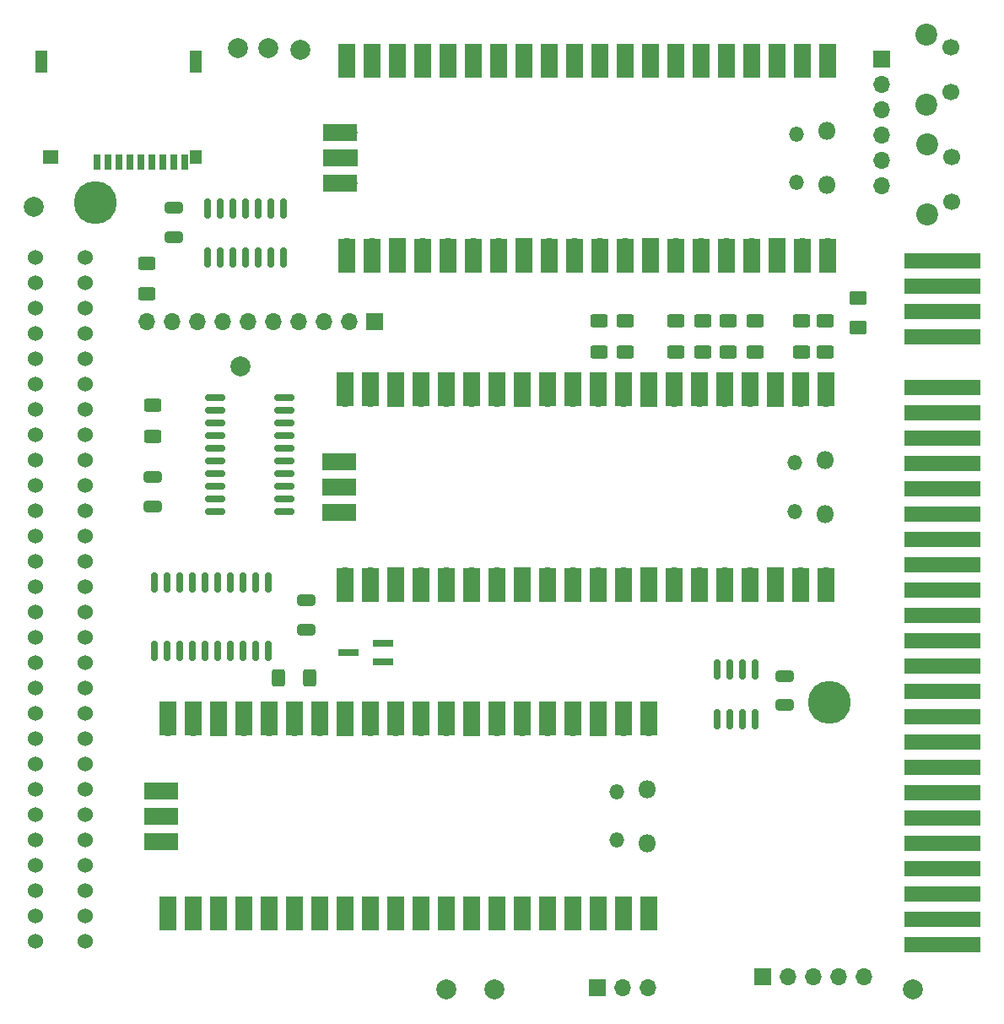
<source format=gts>
G04 #@! TF.GenerationSoftware,KiCad,Pcbnew,6.0.11-2627ca5db0~126~ubuntu22.04.1*
G04 #@! TF.CreationDate,2023-06-25T15:32:07+01:00*
G04 #@! TF.ProjectId,srom,73726f6d-2e6b-4696-9361-645f70636258,v1.3 to v1.4*
G04 #@! TF.SameCoordinates,Original*
G04 #@! TF.FileFunction,Soldermask,Top*
G04 #@! TF.FilePolarity,Negative*
%FSLAX46Y46*%
G04 Gerber Fmt 4.6, Leading zero omitted, Abs format (unit mm)*
G04 Created by KiCad (PCBNEW 6.0.11-2627ca5db0~126~ubuntu22.04.1) date 2023-06-25 15:32:07*
%MOMM*%
%LPD*%
G01*
G04 APERTURE LIST*
G04 Aperture macros list*
%AMRoundRect*
0 Rectangle with rounded corners*
0 $1 Rounding radius*
0 $2 $3 $4 $5 $6 $7 $8 $9 X,Y pos of 4 corners*
0 Add a 4 corners polygon primitive as box body*
4,1,4,$2,$3,$4,$5,$6,$7,$8,$9,$2,$3,0*
0 Add four circle primitives for the rounded corners*
1,1,$1+$1,$2,$3*
1,1,$1+$1,$4,$5*
1,1,$1+$1,$6,$7*
1,1,$1+$1,$8,$9*
0 Add four rect primitives between the rounded corners*
20,1,$1+$1,$2,$3,$4,$5,0*
20,1,$1+$1,$4,$5,$6,$7,0*
20,1,$1+$1,$6,$7,$8,$9,0*
20,1,$1+$1,$8,$9,$2,$3,0*%
G04 Aperture macros list end*
%ADD10C,2.200000*%
%ADD11C,1.700000*%
%ADD12C,4.300000*%
%ADD13C,2.000000*%
%ADD14R,7.620000X1.524000*%
%ADD15RoundRect,0.250000X-0.625000X0.400000X-0.625000X-0.400000X0.625000X-0.400000X0.625000X0.400000X0*%
%ADD16O,1.800000X1.800000*%
%ADD17O,1.500000X1.500000*%
%ADD18O,1.700000X1.700000*%
%ADD19R,1.700000X3.500000*%
%ADD20R,1.700000X1.700000*%
%ADD21R,3.500000X1.700000*%
%ADD22R,2.000000X0.650000*%
%ADD23RoundRect,0.150000X-0.837500X-0.150000X0.837500X-0.150000X0.837500X0.150000X-0.837500X0.150000X0*%
%ADD24RoundRect,0.250000X0.650000X-0.325000X0.650000X0.325000X-0.650000X0.325000X-0.650000X-0.325000X0*%
%ADD25R,0.700000X1.600000*%
%ADD26R,1.200000X2.200000*%
%ADD27R,1.600000X1.400000*%
%ADD28R,1.200000X1.400000*%
%ADD29RoundRect,0.150000X0.150000X-0.825000X0.150000X0.825000X-0.150000X0.825000X-0.150000X-0.825000X0*%
%ADD30RoundRect,0.250000X-0.400000X-0.625000X0.400000X-0.625000X0.400000X0.625000X-0.400000X0.625000X0*%
%ADD31RoundRect,0.250000X-0.650000X0.325000X-0.650000X-0.325000X0.650000X-0.325000X0.650000X0.325000X0*%
%ADD32RoundRect,0.150000X-0.150000X0.837500X-0.150000X-0.837500X0.150000X-0.837500X0.150000X0.837500X0*%
%ADD33RoundRect,0.250001X-0.624999X0.462499X-0.624999X-0.462499X0.624999X-0.462499X0.624999X0.462499X0*%
%ADD34C,1.524000*%
G04 APERTURE END LIST*
D10*
X139875000Y-83490000D03*
X139875000Y-90490000D03*
D11*
X142375000Y-84740000D03*
X142375000Y-89240000D03*
D12*
X130050000Y-139440000D03*
D13*
X138450000Y-168240000D03*
D10*
X139775000Y-72490000D03*
X139775000Y-79490000D03*
D11*
X142275000Y-73740000D03*
X142275000Y-78240000D03*
D12*
X56450000Y-89340000D03*
D13*
X76950000Y-73940000D03*
D14*
X141450000Y-95120000D03*
X141450000Y-97660000D03*
X141450000Y-100200000D03*
X141450000Y-102740000D03*
X141450000Y-107820000D03*
X141450000Y-110360000D03*
X141450000Y-112900000D03*
X141450000Y-115440000D03*
X141450000Y-117980000D03*
X141450000Y-120520000D03*
X141450000Y-123060000D03*
X141450000Y-125600000D03*
X141450000Y-128140000D03*
X141450000Y-130680000D03*
X141450000Y-133220000D03*
X141450000Y-135760000D03*
X141450000Y-138300000D03*
X141450000Y-140840000D03*
X141450000Y-143380000D03*
X141450000Y-145920000D03*
X141450000Y-148460000D03*
X141450000Y-151000000D03*
X141450000Y-153540000D03*
X141450000Y-156080000D03*
X141450000Y-158620000D03*
X141450000Y-161160000D03*
X141450000Y-163700000D03*
D15*
X62212500Y-109625000D03*
X62212500Y-112725000D03*
D13*
X50250000Y-89740000D03*
D16*
X129795000Y-87565000D03*
D17*
X126765000Y-87265000D03*
D16*
X129795000Y-82115000D03*
D17*
X126765000Y-82415000D03*
D18*
X129925000Y-75950000D03*
D19*
X129925000Y-75050000D03*
D18*
X127385000Y-75950000D03*
D19*
X127385000Y-75050000D03*
X124845000Y-75050000D03*
D20*
X124845000Y-75950000D03*
D19*
X122305000Y-75050000D03*
D18*
X122305000Y-75950000D03*
X119765000Y-75950000D03*
D19*
X119765000Y-75050000D03*
D18*
X117225000Y-75950000D03*
D19*
X117225000Y-75050000D03*
D18*
X114685000Y-75950000D03*
D19*
X114685000Y-75050000D03*
D20*
X112145000Y-75950000D03*
D19*
X112145000Y-75050000D03*
D18*
X109605000Y-75950000D03*
D19*
X109605000Y-75050000D03*
D18*
X107065000Y-75950000D03*
D19*
X107065000Y-75050000D03*
D18*
X104525000Y-75950000D03*
D19*
X104525000Y-75050000D03*
D18*
X101985000Y-75950000D03*
D19*
X101985000Y-75050000D03*
D20*
X99445000Y-75950000D03*
D19*
X99445000Y-75050000D03*
D18*
X96905000Y-75950000D03*
D19*
X96905000Y-75050000D03*
D18*
X94365000Y-75950000D03*
D19*
X94365000Y-75050000D03*
D18*
X91825000Y-75950000D03*
D19*
X91825000Y-75050000D03*
X89285000Y-75050000D03*
D18*
X89285000Y-75950000D03*
D20*
X86745000Y-75950000D03*
D19*
X86745000Y-75050000D03*
X84205000Y-75050000D03*
D18*
X84205000Y-75950000D03*
D19*
X81665000Y-75050000D03*
D18*
X81665000Y-75950000D03*
X81665000Y-93730000D03*
D19*
X81665000Y-94630000D03*
X84205000Y-94630000D03*
D18*
X84205000Y-93730000D03*
D19*
X86745000Y-94630000D03*
D20*
X86745000Y-93730000D03*
D19*
X89285000Y-94630000D03*
D18*
X89285000Y-93730000D03*
X91825000Y-93730000D03*
D19*
X91825000Y-94630000D03*
D18*
X94365000Y-93730000D03*
D19*
X94365000Y-94630000D03*
X96905000Y-94630000D03*
D18*
X96905000Y-93730000D03*
D19*
X99445000Y-94630000D03*
D20*
X99445000Y-93730000D03*
D19*
X101985000Y-94630000D03*
D18*
X101985000Y-93730000D03*
X104525000Y-93730000D03*
D19*
X104525000Y-94630000D03*
X107065000Y-94630000D03*
D18*
X107065000Y-93730000D03*
X109605000Y-93730000D03*
D19*
X109605000Y-94630000D03*
X112145000Y-94630000D03*
D20*
X112145000Y-93730000D03*
D19*
X114685000Y-94630000D03*
D18*
X114685000Y-93730000D03*
D19*
X117225000Y-94630000D03*
D18*
X117225000Y-93730000D03*
D19*
X119765000Y-94630000D03*
D18*
X119765000Y-93730000D03*
D19*
X122305000Y-94630000D03*
D18*
X122305000Y-93730000D03*
D20*
X124845000Y-93730000D03*
D19*
X124845000Y-94630000D03*
X127385000Y-94630000D03*
D18*
X127385000Y-93730000D03*
X129925000Y-93730000D03*
D19*
X129925000Y-94630000D03*
D21*
X80995000Y-82300000D03*
D18*
X81895000Y-82300000D03*
D21*
X80995000Y-84840000D03*
D20*
X81895000Y-84840000D03*
D18*
X81895000Y-87380000D03*
D21*
X80995000Y-87380000D03*
D13*
X96450000Y-168240000D03*
X91650000Y-168240000D03*
D22*
X85260000Y-135390000D03*
X85260000Y-133490000D03*
X81840000Y-134440000D03*
D23*
X68450000Y-108860000D03*
X68450000Y-110130000D03*
X68450000Y-111400000D03*
X68450000Y-112670000D03*
X68450000Y-113940000D03*
X68450000Y-115210000D03*
X68450000Y-116480000D03*
X68450000Y-117750000D03*
X68450000Y-119020000D03*
X68450000Y-120290000D03*
X75375000Y-120290000D03*
X75375000Y-119020000D03*
X75375000Y-117750000D03*
X75375000Y-116480000D03*
X75375000Y-115210000D03*
X75375000Y-113940000D03*
X75375000Y-112670000D03*
X75375000Y-111400000D03*
X75375000Y-110130000D03*
X75375000Y-108860000D03*
D13*
X70950000Y-105740000D03*
D24*
X64300000Y-92800000D03*
X64300000Y-89850000D03*
D25*
X56550000Y-85240000D03*
X57650000Y-85240000D03*
X58750000Y-85240000D03*
X59850000Y-85240000D03*
X60950000Y-85240000D03*
X62050000Y-85240000D03*
D26*
X66500000Y-75140000D03*
D27*
X51900000Y-84740000D03*
D28*
X66500000Y-84740000D03*
D26*
X51000000Y-75140000D03*
D25*
X63150000Y-85240000D03*
X64250000Y-85240000D03*
X65350000Y-85240000D03*
D29*
X118845000Y-141115000D03*
X120115000Y-141115000D03*
X121385000Y-141115000D03*
X122655000Y-141115000D03*
X122655000Y-136165000D03*
X121385000Y-136165000D03*
X120115000Y-136165000D03*
X118845000Y-136165000D03*
D15*
X117350000Y-101190000D03*
X117350000Y-104290000D03*
D29*
X67640000Y-94815000D03*
X68910000Y-94815000D03*
X70180000Y-94815000D03*
X71450000Y-94815000D03*
X72720000Y-94815000D03*
X73990000Y-94815000D03*
X75260000Y-94815000D03*
X75260000Y-89865000D03*
X73990000Y-89865000D03*
X72720000Y-89865000D03*
X71450000Y-89865000D03*
X70180000Y-89865000D03*
X68910000Y-89865000D03*
X67640000Y-89865000D03*
D20*
X123375000Y-166940000D03*
D18*
X125915000Y-166940000D03*
X128455000Y-166940000D03*
X130995000Y-166940000D03*
X133535000Y-166940000D03*
D15*
X109550000Y-101190000D03*
X109550000Y-104290000D03*
D20*
X84475000Y-101240000D03*
D18*
X81935000Y-101240000D03*
X79395000Y-101240000D03*
X76855000Y-101240000D03*
X74315000Y-101240000D03*
X71775000Y-101240000D03*
X69235000Y-101240000D03*
X66695000Y-101240000D03*
X64155000Y-101240000D03*
X61615000Y-101240000D03*
D13*
X70750000Y-73840000D03*
D17*
X126620000Y-120265000D03*
X126620000Y-115415000D03*
D16*
X129650000Y-115115000D03*
X129650000Y-120565000D03*
D19*
X129780000Y-108050000D03*
D18*
X129780000Y-108950000D03*
X127240000Y-108950000D03*
D19*
X127240000Y-108050000D03*
X124700000Y-108050000D03*
D20*
X124700000Y-108950000D03*
D18*
X122160000Y-108950000D03*
D19*
X122160000Y-108050000D03*
D18*
X119620000Y-108950000D03*
D19*
X119620000Y-108050000D03*
D18*
X117080000Y-108950000D03*
D19*
X117080000Y-108050000D03*
X114540000Y-108050000D03*
D18*
X114540000Y-108950000D03*
D20*
X112000000Y-108950000D03*
D19*
X112000000Y-108050000D03*
D18*
X109460000Y-108950000D03*
D19*
X109460000Y-108050000D03*
D18*
X106920000Y-108950000D03*
D19*
X106920000Y-108050000D03*
X104380000Y-108050000D03*
D18*
X104380000Y-108950000D03*
X101840000Y-108950000D03*
D19*
X101840000Y-108050000D03*
X99300000Y-108050000D03*
D20*
X99300000Y-108950000D03*
D18*
X96760000Y-108950000D03*
D19*
X96760000Y-108050000D03*
D18*
X94220000Y-108950000D03*
D19*
X94220000Y-108050000D03*
X91680000Y-108050000D03*
D18*
X91680000Y-108950000D03*
D19*
X89140000Y-108050000D03*
D18*
X89140000Y-108950000D03*
D19*
X86600000Y-108050000D03*
D20*
X86600000Y-108950000D03*
D19*
X84060000Y-108050000D03*
D18*
X84060000Y-108950000D03*
X81520000Y-108950000D03*
D19*
X81520000Y-108050000D03*
X81520000Y-127630000D03*
D18*
X81520000Y-126730000D03*
X84060000Y-126730000D03*
D19*
X84060000Y-127630000D03*
X86600000Y-127630000D03*
D20*
X86600000Y-126730000D03*
D19*
X89140000Y-127630000D03*
D18*
X89140000Y-126730000D03*
D19*
X91680000Y-127630000D03*
D18*
X91680000Y-126730000D03*
X94220000Y-126730000D03*
D19*
X94220000Y-127630000D03*
D18*
X96760000Y-126730000D03*
D19*
X96760000Y-127630000D03*
D20*
X99300000Y-126730000D03*
D19*
X99300000Y-127630000D03*
D18*
X101840000Y-126730000D03*
D19*
X101840000Y-127630000D03*
D18*
X104380000Y-126730000D03*
D19*
X104380000Y-127630000D03*
X106920000Y-127630000D03*
D18*
X106920000Y-126730000D03*
D19*
X109460000Y-127630000D03*
D18*
X109460000Y-126730000D03*
D19*
X112000000Y-127630000D03*
D20*
X112000000Y-126730000D03*
D19*
X114540000Y-127630000D03*
D18*
X114540000Y-126730000D03*
D19*
X117080000Y-127630000D03*
D18*
X117080000Y-126730000D03*
D19*
X119620000Y-127630000D03*
D18*
X119620000Y-126730000D03*
X122160000Y-126730000D03*
D19*
X122160000Y-127630000D03*
D20*
X124700000Y-126730000D03*
D19*
X124700000Y-127630000D03*
D18*
X127240000Y-126730000D03*
D19*
X127240000Y-127630000D03*
X129780000Y-127630000D03*
D18*
X129780000Y-126730000D03*
D21*
X80850000Y-115300000D03*
D18*
X81750000Y-115300000D03*
D20*
X81750000Y-117840000D03*
D21*
X80850000Y-117840000D03*
D18*
X81750000Y-120380000D03*
D21*
X80850000Y-120380000D03*
D15*
X122650000Y-101190000D03*
X122650000Y-104290000D03*
D20*
X106825000Y-168040000D03*
D18*
X109365000Y-168040000D03*
X111905000Y-168040000D03*
D20*
X135350000Y-74940000D03*
D18*
X135350000Y-77480000D03*
X135350000Y-80020000D03*
X135350000Y-82560000D03*
X135350000Y-85100000D03*
X135350000Y-87640000D03*
D15*
X106950000Y-101190000D03*
X106950000Y-104290000D03*
D30*
X74800000Y-136940000D03*
X77900000Y-136940000D03*
D24*
X62212500Y-119815000D03*
X62212500Y-116865000D03*
D15*
X127250000Y-101190000D03*
X127250000Y-104290000D03*
D13*
X73750000Y-73840000D03*
D15*
X129650000Y-101190000D03*
X129650000Y-104290000D03*
D24*
X125550000Y-139715000D03*
X125550000Y-136765000D03*
D15*
X61550000Y-95390000D03*
X61550000Y-98490000D03*
D31*
X77550000Y-129165000D03*
X77550000Y-132115000D03*
D32*
X73765000Y-127377500D03*
X72495000Y-127377500D03*
X71225000Y-127377500D03*
X69955000Y-127377500D03*
X68685000Y-127377500D03*
X67415000Y-127377500D03*
X66145000Y-127377500D03*
X64875000Y-127377500D03*
X63605000Y-127377500D03*
X62335000Y-127377500D03*
X62335000Y-134302500D03*
X63605000Y-134302500D03*
X64875000Y-134302500D03*
X66145000Y-134302500D03*
X67415000Y-134302500D03*
X68685000Y-134302500D03*
X69955000Y-134302500D03*
X71225000Y-134302500D03*
X72495000Y-134302500D03*
X73765000Y-134302500D03*
D33*
X132950000Y-98852500D03*
X132950000Y-101827500D03*
D15*
X114650000Y-101190000D03*
X114650000Y-104290000D03*
D34*
X50390000Y-105000000D03*
X55390000Y-105000000D03*
X55390000Y-94840000D03*
X55390000Y-97380000D03*
X55390000Y-99920000D03*
X55390000Y-102460000D03*
X55390000Y-107540000D03*
X55390000Y-110080000D03*
X55390000Y-112620000D03*
X55390000Y-115160000D03*
X55390000Y-117700000D03*
X55390000Y-120240000D03*
X55390000Y-122780000D03*
X55390000Y-125320000D03*
X55390000Y-127860000D03*
X55390000Y-130400000D03*
X55390000Y-132940000D03*
X55390000Y-135480000D03*
X55390000Y-138020000D03*
X55390000Y-140560000D03*
X55390000Y-143100000D03*
X55390000Y-145640000D03*
X55390000Y-148180000D03*
X55390000Y-150720000D03*
X55390000Y-153260000D03*
X55390000Y-155800000D03*
X55390000Y-158340000D03*
X55390000Y-160880000D03*
X55390000Y-163420000D03*
X50390000Y-94840000D03*
X50390000Y-97380000D03*
X50390000Y-99920000D03*
X50390000Y-102460000D03*
X50390000Y-107540000D03*
X50390000Y-110080000D03*
X50390000Y-112620000D03*
X50390000Y-115160000D03*
X50390000Y-117700000D03*
X50390000Y-120240000D03*
X50390000Y-122780000D03*
X50390000Y-125320000D03*
X50390000Y-127860000D03*
X50390000Y-130400000D03*
X50390000Y-132940000D03*
X50390000Y-135480000D03*
X50390000Y-138020000D03*
X50390000Y-140560000D03*
X50390000Y-143100000D03*
X50390000Y-145640000D03*
X50390000Y-148180000D03*
X50390000Y-150720000D03*
X50390000Y-153260000D03*
X50390000Y-155800000D03*
X50390000Y-158340000D03*
X50390000Y-160880000D03*
X50390000Y-163420000D03*
D15*
X119950000Y-101190000D03*
X119950000Y-104290000D03*
D16*
X111795000Y-153565000D03*
X111795000Y-148115000D03*
D17*
X108765000Y-153265000D03*
X108765000Y-148415000D03*
D18*
X111925000Y-141950000D03*
D19*
X111925000Y-141050000D03*
D18*
X109385000Y-141950000D03*
D19*
X109385000Y-141050000D03*
D20*
X106845000Y-141950000D03*
D19*
X106845000Y-141050000D03*
D18*
X104305000Y-141950000D03*
D19*
X104305000Y-141050000D03*
X101765000Y-141050000D03*
D18*
X101765000Y-141950000D03*
X99225000Y-141950000D03*
D19*
X99225000Y-141050000D03*
X96685000Y-141050000D03*
D18*
X96685000Y-141950000D03*
D20*
X94145000Y-141950000D03*
D19*
X94145000Y-141050000D03*
X91605000Y-141050000D03*
D18*
X91605000Y-141950000D03*
D19*
X89065000Y-141050000D03*
D18*
X89065000Y-141950000D03*
D19*
X86525000Y-141050000D03*
D18*
X86525000Y-141950000D03*
D19*
X83985000Y-141050000D03*
D18*
X83985000Y-141950000D03*
D19*
X81445000Y-141050000D03*
D20*
X81445000Y-141950000D03*
D19*
X78905000Y-141050000D03*
D18*
X78905000Y-141950000D03*
D19*
X76365000Y-141050000D03*
D18*
X76365000Y-141950000D03*
D19*
X73825000Y-141050000D03*
D18*
X73825000Y-141950000D03*
X71285000Y-141950000D03*
D19*
X71285000Y-141050000D03*
X68745000Y-141050000D03*
D20*
X68745000Y-141950000D03*
D18*
X66205000Y-141950000D03*
D19*
X66205000Y-141050000D03*
D18*
X63665000Y-141950000D03*
D19*
X63665000Y-141050000D03*
X63665000Y-160630000D03*
D18*
X63665000Y-159730000D03*
X66205000Y-159730000D03*
D19*
X66205000Y-160630000D03*
D20*
X68745000Y-159730000D03*
D19*
X68745000Y-160630000D03*
X71285000Y-160630000D03*
D18*
X71285000Y-159730000D03*
X73825000Y-159730000D03*
D19*
X73825000Y-160630000D03*
D18*
X76365000Y-159730000D03*
D19*
X76365000Y-160630000D03*
X78905000Y-160630000D03*
D18*
X78905000Y-159730000D03*
D19*
X81445000Y-160630000D03*
D20*
X81445000Y-159730000D03*
D19*
X83985000Y-160630000D03*
D18*
X83985000Y-159730000D03*
X86525000Y-159730000D03*
D19*
X86525000Y-160630000D03*
D18*
X89065000Y-159730000D03*
D19*
X89065000Y-160630000D03*
X91605000Y-160630000D03*
D18*
X91605000Y-159730000D03*
D20*
X94145000Y-159730000D03*
D19*
X94145000Y-160630000D03*
X96685000Y-160630000D03*
D18*
X96685000Y-159730000D03*
D19*
X99225000Y-160630000D03*
D18*
X99225000Y-159730000D03*
D19*
X101765000Y-160630000D03*
D18*
X101765000Y-159730000D03*
D19*
X104305000Y-160630000D03*
D18*
X104305000Y-159730000D03*
D19*
X106845000Y-160630000D03*
D20*
X106845000Y-159730000D03*
D18*
X109385000Y-159730000D03*
D19*
X109385000Y-160630000D03*
D18*
X111925000Y-159730000D03*
D19*
X111925000Y-160630000D03*
D21*
X62995000Y-148300000D03*
D18*
X63895000Y-148300000D03*
D20*
X63895000Y-150840000D03*
D21*
X62995000Y-150840000D03*
X62995000Y-153380000D03*
D18*
X63895000Y-153380000D03*
M02*

</source>
